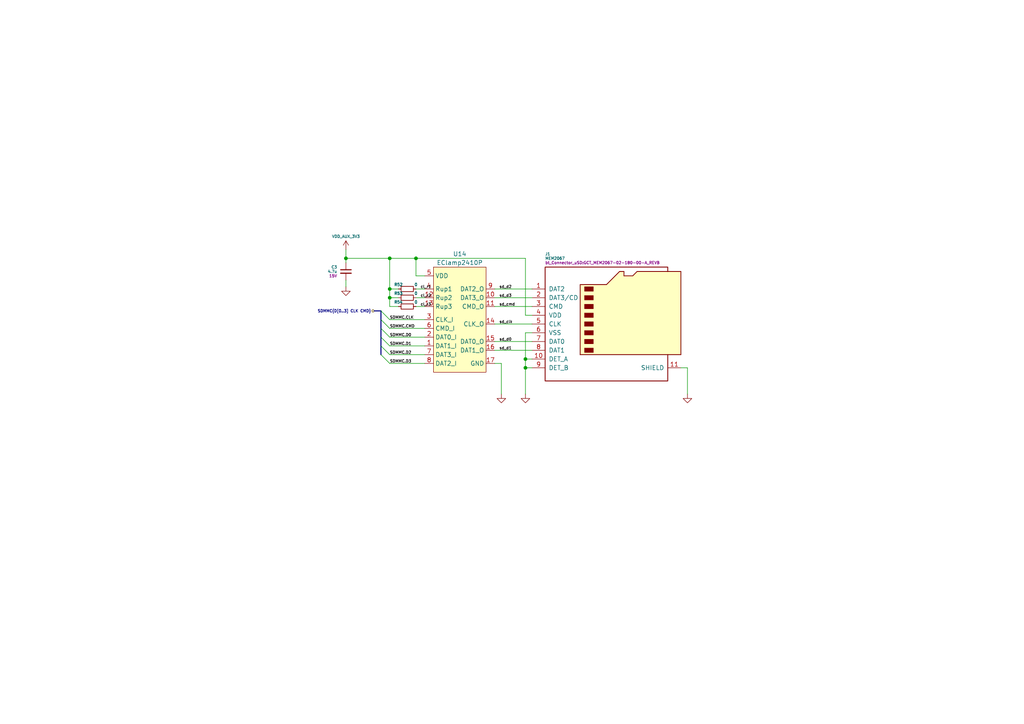
<source format=kicad_sch>
(kicad_sch (version 20211123) (generator eeschema)
  (paper "A4")
  (title_block (title "SD Card Connector") (date "2021-12-17") (rev "A") (company "Frisius"))
  (lib_symbols
    (symbol "Connector:Micro_SD_Card_Det" (pin_names (offset 1.016))
      (property "Reference" "J" (at -16.51 17.78 0))
      (property "Value" "Micro_SD_Card_Det" (at 16.51 17.78 0))
      (symbol "Micro_SD_Card_Det_0_1"
        (rectangle (start -7.62 -6.985) (end -5.08 -8.255) (fill (type outline)))
        (rectangle (start -7.62 -4.445) (end -5.08 -5.715) (fill (type outline)))
        (rectangle (start -7.62 -1.905) (end -5.08 -3.175) (fill (type outline)))
        (rectangle (start -7.62 0.635) (end -5.08 -0.635) (fill (type outline)))
        (rectangle (start -7.62 3.175) (end -5.08 1.905) (fill (type outline)))
        (rectangle (start -7.62 5.715) (end -5.08 4.445) (fill (type outline)))
        (rectangle (start -7.62 8.255) (end -5.08 6.985) (fill (type outline)))
        (rectangle (start -7.62 10.795) (end -5.08 9.525) (fill (type outline)))
        (polyline (pts (xy 16.51 15.24) (xy 16.51 16.51) (xy -19.05 16.51) (xy -19.05 -16.51) (xy 16.51 -16.51) (xy 16.51 -8.89)) (stroke (width 0.254)))
        (polyline (pts (xy -8.89 -8.89) (xy -8.89 11.43) (xy -1.27 11.43) (xy 2.54 15.24) (xy 3.81 15.24) (xy 3.81 13.97) (xy 6.35 13.97) (xy 7.62 15.24) (xy 20.32 15.24) (xy 20.32 -8.89) (xy -8.89 -8.89)) (stroke (width 0.254)) (fill (type background)))
      )
      (symbol "Micro_SD_Card_Det_1_1"
        (pin bidirectional line (at -22.86 10.16 0) (length 3.81) (name "DAT2") (number "1"))
        (pin passive line (at -22.86 -10.16 0) (length 3.81) (name "DET_A") (number "10"))
        (pin passive line (at 20.32 -12.7 180) (length 3.81) (name "SHIELD") (number "11"))
        (pin bidirectional line (at -22.86 7.62 0) (length 3.81) (name "DAT3/CD") (number "2"))
        (pin input line (at -22.86 5.08 0) (length 3.81) (name "CMD") (number "3"))
        (pin power_in line (at -22.86 2.54 0) (length 3.81) (name "VDD") (number "4"))
        (pin input line (at -22.86 0 0) (length 3.81) (name "CLK") (number "5"))
        (pin power_in line (at -22.86 -2.54 0) (length 3.81) (name "VSS") (number "6"))
        (pin bidirectional line (at -22.86 -5.08 0) (length 3.81) (name "DAT0") (number "7"))
        (pin bidirectional line (at -22.86 -7.62 0) (length 3.81) (name "DAT1") (number "8"))
        (pin passive line (at -22.86 -12.7 0) (length 3.81) (name "DET_B") (number "9"))
      )
    )
    (symbol "Device:C_Small" (pin_numbers hide) (pin_names (offset 0.254) hide)
      (property "Reference" "C" (at 0.254 1.778 0))
      (property "Value" "C_Small" (at 0.254 -2.032 0))
      (symbol "C_Small_0_1"
        (polyline (pts (xy -1.524 -0.508) (xy 1.524 -0.508)) (stroke (width 0.3302)))
        (polyline (pts (xy -1.524 0.508) (xy 1.524 0.508)) (stroke (width 0.3048)))
      )
      (symbol "C_Small_1_1"
        (pin passive line (at 0 2.54 270) (length 2.032) (name "~") (number "1"))
        (pin passive line (at 0 -2.54 90) (length 2.032) (name "~") (number "2"))
      )
    )
    (symbol "Device:R_Small" (pin_numbers hide) (pin_names (offset 0.254) hide)
      (property "Reference" "R" (at 0.762 0.508 0))
      (property "Value" "R_Small" (at 0.762 -1.016 0))
      (symbol "R_Small_0_1"
        (rectangle (start -0.762 1.778) (end 0.762 -1.778) (stroke (width 0.2032)))
      )
      (symbol "R_Small_1_1"
        (pin passive line (at 0 2.54 270) (length 0.762) (name "~") (number "1"))
        (pin passive line (at 0 -2.54 90) (length 0.762) (name "~") (number "2"))
      )
    )
    (symbol "bt_Protection:EClamp2410P"
      (property "Reference" "U" (at -7.62 17.78 0))
      (property "Value" "EClamp2410P" (at 2.54 17.78 0))
      (symbol "EClamp2410P_0_1"
        (rectangle (start -7.62 16.51) (end 7.62 -13.97) (fill (type background)))
      )
      (symbol "EClamp2410P_1_1"
        (pin input line (at -10.16 -6.35 0) (length 2.54) (name "DAT1_I") (number "1"))
        (pin output line (at 10.16 7.62 180) (length 2.54) (name "DAT3_O") (number "10"))
        (pin output line (at 10.16 5.08 180) (length 2.54) (name "CMD_O") (number "11"))
        (pin passive line (at -10.16 7.62 0) (length 2.54) (name "Rup2") (number "12"))
        (pin passive line (at -10.16 5.08 0) (length 2.54) (name "Rup3") (number "13"))
        (pin output line (at 10.16 0 180) (length 2.54) (name "CLK_O") (number "14"))
        (pin output line (at 10.16 -5.08 180) (length 2.54) (name "DAT0_O") (number "15"))
        (pin output line (at 10.16 -7.62 180) (length 2.54) (name "DAT1_O") (number "16"))
        (pin power_in line (at 10.16 -11.43 180) (length 2.54) (name "GND") (number "17"))
        (pin input line (at -10.16 -3.81 0) (length 2.54) (name "DAT0_I") (number "2"))
        (pin input line (at -10.16 1.27 0) (length 2.54) (name "CLK_I") (number "3"))
        (pin passive line (at -10.16 10.16 0) (length 2.54) (name "Rup1") (number "4"))
        (pin power_in line (at -10.16 13.97 0) (length 2.54) (name "VDD") (number "5"))
        (pin input line (at -10.16 -1.27 0) (length 2.54) (name "CMD_I") (number "6"))
        (pin input line (at -10.16 -8.89 0) (length 2.54) (name "DAT3_I") (number "7"))
        (pin input line (at -10.16 -11.43 0) (length 2.54) (name "DAT2_I") (number "8"))
        (pin output line (at 10.16 10.16 180) (length 2.54) (name "DAT2_O") (number "9"))
      )
    )
    (symbol "bt_power:VDD_AUX_3V3" (power) (in_bom no) (on_board no)
      (property "Value" "VDD_AUX_3V3" (at 0.2286 3.5814 0))
      (symbol "VDD_AUX_3V3_0_1"
        (polyline (pts (xy -0.762 1.27) (xy 0 2.54)))
        (polyline (pts (xy 0 0) (xy 0 2.54)))
        (polyline (pts (xy 0 2.54) (xy 0.762 1.27)))
      )
      (symbol "VDD_AUX_3V3_1_1"
        (pin power_in line (at 0 0 90) (length 0) hide (name "VDD_AUX_3V3") (number "1"))
      )
    )
    (symbol "power:GND" (power) (pin_names (offset 0))
      (property "Value" "GND" (at 0 -3.81 0))
      (symbol "GND_0_1"
        (polyline (pts (xy 0 0) (xy 0 -1.27) (xy 1.27 -1.27) (xy 0 -2.54) (xy -1.27 -1.27) (xy 0 -1.27)))
      )
      (symbol "GND_1_1"
        (pin power_in line (at 0 0 270) (length 0) hide (name "GND") (number "1"))
      )
    )
  )
  (junction (at 152.4 104.14))
  (junction (at 120.65 74.93))
  (junction (at 152.4 106.68))
  (junction (at 113.03 86.36))
  (junction (at 113.03 83.82))
  (junction (at 113.03 74.93))
  (junction (at 100.33 74.93))
  (bus_entry (at 110.49 102.87) (size 2.54 2.54))
  (bus_entry (at 110.49 90.17) (size 2.54 2.54))
  (bus_entry (at 110.49 92.71) (size 2.54 2.54))
  (bus_entry (at 110.49 95.25) (size 2.54 2.54))
  (bus_entry (at 110.49 100.33) (size 2.54 2.54))
  (bus_entry (at 110.49 97.79) (size 2.54 2.54))
  (wire (pts (xy 152.4 106.68) (xy 152.4 104.14)))
  (bus (pts (xy 108.585 90.17) (xy 110.49 90.17)))
  (wire (pts (xy 143.51 93.98) (xy 154.305 93.98)))
  (wire (pts (xy 113.03 74.93) (xy 120.65 74.93)))
  (wire (pts (xy 115.57 86.36) (xy 113.03 86.36)))
  (wire (pts (xy 120.65 80.01) (xy 123.19 80.01)))
  (wire (pts (xy 154.305 88.9) (xy 143.51 88.9)))
  (bus (pts (xy 110.49 92.71) (xy 110.49 95.25)))
  (wire (pts (xy 123.19 86.36) (xy 120.65 86.36)))
  (bus (pts (xy 110.49 95.25) (xy 110.49 97.79)))
  (wire (pts (xy 113.03 100.33) (xy 123.19 100.33)))
  (wire (pts (xy 199.39 106.68) (xy 199.39 114.3)))
  (wire (pts (xy 154.305 99.06) (xy 143.51 99.06)))
  (wire (pts (xy 123.19 97.79) (xy 113.03 97.79)))
  (wire (pts (xy 152.4 104.14) (xy 152.4 96.52)))
  (wire (pts (xy 115.57 83.82) (xy 113.03 83.82)))
  (wire (pts (xy 120.65 88.9) (xy 123.19 88.9)))
  (wire (pts (xy 143.51 86.36) (xy 154.305 86.36)))
  (wire (pts (xy 152.4 96.52) (xy 154.305 96.52)))
  (wire (pts (xy 123.19 92.71) (xy 113.03 92.71)))
  (wire (pts (xy 113.03 83.82) (xy 113.03 74.93)))
  (wire (pts (xy 113.03 105.41) (xy 123.19 105.41)))
  (bus (pts (xy 110.49 100.33) (xy 110.49 102.87)))
  (wire (pts (xy 154.305 104.14) (xy 152.4 104.14)))
  (wire (pts (xy 152.4 114.3) (xy 152.4 106.68)))
  (wire (pts (xy 143.51 101.6) (xy 154.305 101.6)))
  (wire (pts (xy 154.305 91.44) (xy 152.4 91.44)))
  (wire (pts (xy 100.33 74.93) (xy 100.33 72.39)))
  (wire (pts (xy 154.305 83.82) (xy 143.51 83.82)))
  (wire (pts (xy 113.03 95.25) (xy 123.19 95.25)))
  (wire (pts (xy 100.33 76.2) (xy 100.33 74.93)))
  (wire (pts (xy 145.415 105.41) (xy 145.415 114.3)))
  (wire (pts (xy 100.33 81.28) (xy 100.33 83.185)))
  (wire (pts (xy 113.03 86.36) (xy 113.03 83.82)))
  (wire (pts (xy 199.39 106.68) (xy 197.485 106.68)))
  (wire (pts (xy 120.65 83.82) (xy 123.19 83.82)))
  (wire (pts (xy 145.415 105.41) (xy 143.51 105.41)))
  (wire (pts (xy 100.33 74.93) (xy 113.03 74.93)))
  (wire (pts (xy 120.65 74.93) (xy 152.4 74.93)))
  (wire (pts (xy 123.19 102.87) (xy 113.03 102.87)))
  (bus (pts (xy 110.49 90.17) (xy 110.49 92.71)))
  (wire (pts (xy 120.65 74.93) (xy 120.65 80.01)))
  (bus (pts (xy 110.49 97.79) (xy 110.49 100.33)))
  (wire (pts (xy 152.4 91.44) (xy 152.4 74.93)))
  (wire (pts (xy 115.57 88.9) (xy 113.03 88.9)))
  (wire (pts (xy 152.4 106.68) (xy 154.305 106.68)))
  (wire (pts (xy 113.03 88.9) (xy 113.03 86.36)))
  (label "sd_d1" (at 144.78 101.6 0) (effects (font (size 0.8 0.8))))
  (label "SDMMC.CMD" (at 113.03 95.25 0) (effects (font (size 0.8 0.8))))
  (label "sd_cmd" (at 144.78 88.9 0) (effects (font (size 0.8 0.8))))
  (label "cl_r2" (at 121.92 86.36 0) (effects (font (size 0.8 0.8))))
  (label "sd_d3" (at 144.78 86.36 0) (effects (font (size 0.8 0.8))))
  (label "sd_clk" (at 144.78 93.98 0) (effects (font (size 0.8 0.8))))
  (label "sd_d0" (at 144.78 99.06 0) (effects (font (size 0.8 0.8))))
  (label "SDMMC.CLK" (at 113.03 92.71 0) (effects (font (size 0.8 0.8))))
  (label "SDMMC.D1" (at 113.03 100.33 0) (effects (font (size 0.8 0.8))))
  (label "SDMMC.D2" (at 113.03 102.87 0) (effects (font (size 0.8 0.8))))
  (label "SDMMC.D3" (at 113.03 105.41 0) (effects (font (size 0.8 0.8))))
  (label "sd_d2" (at 144.78 83.82 0) (effects (font (size 0.8 0.8))))
  (label "SDMMC.D0" (at 113.03 97.79 0) (effects (font (size 0.8 0.8))))
  (label "cl_r3" (at 121.92 88.9 0) (effects (font (size 0.8 0.8))))
  (label "cl_r1" (at 121.92 83.82 0) (effects (font (size 0.8 0.8))))
  (hierarchical_label "SDMMC{D[0..3] CLK CMD}" (shape bidirectional) (at 108.585 90.17 180) (effects (font (size 0.8 0.8))))
  (symbol (lib_id "Device:R_Small") (at 118.11 83.82 270) (unit 1)
    (property "Reference" "R52" (at 115.57 82.55 90) (effects (font (size 0.8 0.8))))
    (property "Value" "0" (at 120.65 82.55 90) (effects (font (size 0.8 0.8))))
    (property "Footprint" "Resistor_SMD:R_0402_1005Metric" (effects hide))
  )
  (symbol (lib_id "Device:C_Small") (at 100.33 78.74 0) (mirror y) (unit 1)
    (property "Reference" "C3" (at 97.79 77.47 0) (effects (font (size 0.8 0.8)) (justify left)))
    (property "Value" "4.7u" (at 97.79 78.74 0) (effects (font (size 0.8 0.8)) (justify left)))
    (property "Footprint" "Capacitor_SMD:C_0603_1608Metric" (effects hide))
    (property "Voltage" "15V" (at 97.79 80.01 0) (effects (font (size 0.8 0.8)) (justify left)))
  )
  (symbol (lib_id "Connector:Micro_SD_Card_Det") (at 177.165 93.98 0) (unit 1)
    (property "Reference" "J1" (at 158.115 73.66 0) (effects (font (size 0.8 0.8)) (justify left)))
    (property "Value" "MEM2067" (at 158.115 74.93 0) (effects (font (size 0.8 0.8)) (justify left)))
    (property "Footprint" "bt_Connector_uSD:GCT_MEM2067-02-180-00-A_REVB" (at 158.115 76.2 0) (effects (font (size 0.8 0.8)) (justify left)))
    (property "Datasheet" "https://www.hirose.com/product/en/download_file/key_name/DM3/category/Catalog/doc_file_id/49662/?file_category_id=4&item_id=195&is_series=1" (effects hide))
  )
  (symbol (lib_id "bt_power:VDD_AUX_3V3") (at 100.33 72.39 0) (unit 1) (in_bom no) (on_board no)
    (property "Reference" "#U0118" (effects hide))
    (property "Value" "VDD_AUX_3V3" (at 100.33 68.58 0) (effects (font (size 0.8 0.8))))
  )
  (symbol (lib_id "Device:R_Small") (at 118.11 86.36 270) (unit 1)
    (property "Reference" "R53" (at 115.57 85.09 90) (effects (font (size 0.8 0.8))))
    (property "Value" "0" (at 120.65 85.09 90) (effects (font (size 0.8 0.8))))
    (property "Footprint" "Resistor_SMD:R_0402_1005Metric" (effects hide))
  )
  (symbol (lib_id "power:GND") (at 152.4 114.3 0) (unit 1)
    (property "Reference" "#PWR0110" (effects hide))
    (property "Value" "GND" (effects hide))
  )
  (symbol (lib_id "Device:R_Small") (at 118.11 88.9 270) (unit 1)
    (property "Reference" "R54" (at 115.57 87.63 90) (effects (font (size 0.8 0.8))))
    (property "Value" "0" (at 120.65 87.63 90) (effects (font (size 0.8 0.8))))
    (property "Footprint" "Resistor_SMD:R_0402_1005Metric" (effects hide))
  )
  (symbol (lib_id "power:GND") (at 145.415 114.3 0) (unit 1)
    (property "Reference" "#PWR0102" (effects hide))
    (property "Value" "GND" (effects hide))
  )
  (symbol (lib_id "power:GND") (at 100.33 83.185 0) (mirror y) (unit 1)
    (property "Reference" "#PWR0109" (effects hide))
    (property "Value" "GND" (effects hide))
  )
  (symbol (lib_id "bt_Protection:EClamp2410P") (at 133.35 93.98 0) (unit 1)
    (property "Reference" "U14" (at 133.35 73.66 0))
    (property "Value" "EClamp2410P" (at 133.35 76.2 0))
    (property "Footprint" "bt_Package_DFN:UDFN-16-4x1.6_P0.5mm_EP3x0.5mm" (effects hide))
  )
  (symbol (lib_id "power:GND") (at 199.39 114.3 0) (unit 1)
    (property "Reference" "#PWR0111" (effects hide))
    (property "Value" "GND" (effects hide))
  )
)
</source>
